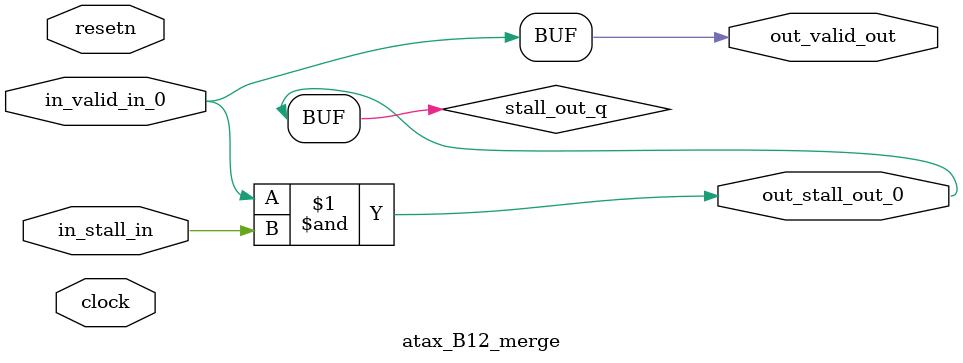
<source format=sv>



(* altera_attribute = "-name AUTO_SHIFT_REGISTER_RECOGNITION OFF; -name MESSAGE_DISABLE 10036; -name MESSAGE_DISABLE 10037; -name MESSAGE_DISABLE 14130; -name MESSAGE_DISABLE 14320; -name MESSAGE_DISABLE 15400; -name MESSAGE_DISABLE 14130; -name MESSAGE_DISABLE 10036; -name MESSAGE_DISABLE 12020; -name MESSAGE_DISABLE 12030; -name MESSAGE_DISABLE 12010; -name MESSAGE_DISABLE 12110; -name MESSAGE_DISABLE 14320; -name MESSAGE_DISABLE 13410; -name MESSAGE_DISABLE 113007; -name MESSAGE_DISABLE 10958" *)
module atax_B12_merge (
    input wire [0:0] in_stall_in,
    input wire [0:0] in_valid_in_0,
    output wire [0:0] out_stall_out_0,
    output wire [0:0] out_valid_out,
    input wire clock,
    input wire resetn
    );

    wire [0:0] stall_out_q;


    // stall_out(LOGICAL,6)
    assign stall_out_q = in_valid_in_0 & in_stall_in;

    // out_stall_out_0(GPOUT,4)
    assign out_stall_out_0 = stall_out_q;

    // out_valid_out(GPOUT,5)
    assign out_valid_out = in_valid_in_0;

endmodule

</source>
